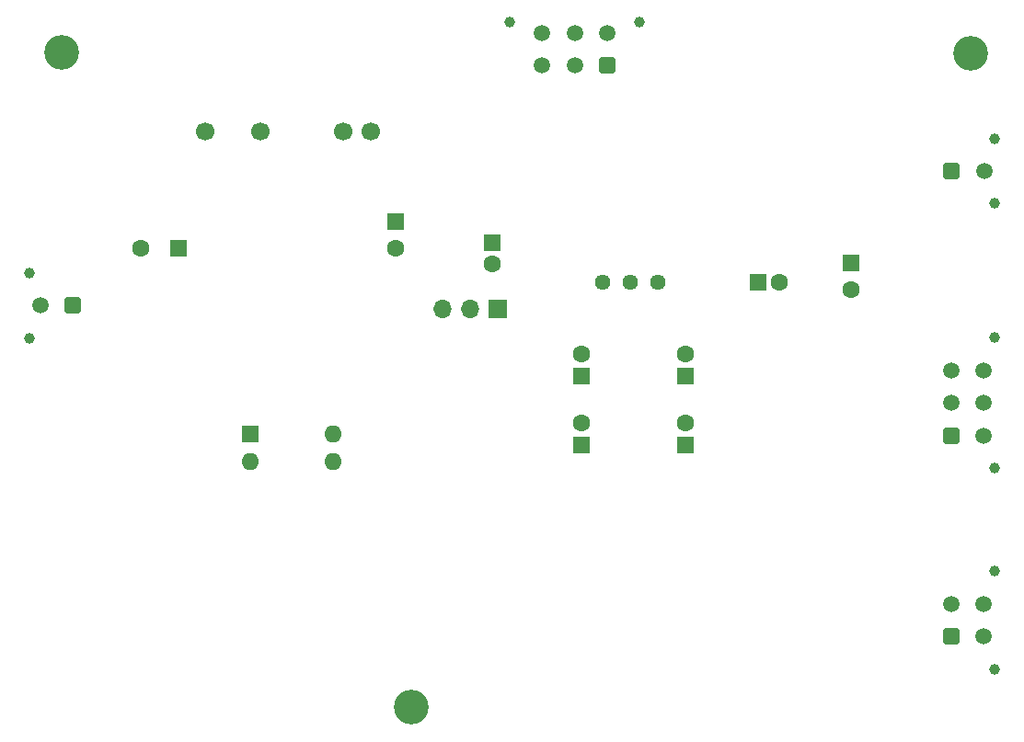
<source format=gbs>
%TF.GenerationSoftware,KiCad,Pcbnew,(6.0.5)*%
%TF.CreationDate,2022-06-14T16:57:57+01:00*%
%TF.ProjectId,hv_sense,68765f73-656e-4736-952e-6b696361645f,rev?*%
%TF.SameCoordinates,Original*%
%TF.FileFunction,Soldermask,Bot*%
%TF.FilePolarity,Negative*%
%FSLAX46Y46*%
G04 Gerber Fmt 4.6, Leading zero omitted, Abs format (unit mm)*
G04 Created by KiCad (PCBNEW (6.0.5)) date 2022-06-14 16:57:57*
%MOMM*%
%LPD*%
G01*
G04 APERTURE LIST*
G04 Aperture macros list*
%AMRoundRect*
0 Rectangle with rounded corners*
0 $1 Rounding radius*
0 $2 $3 $4 $5 $6 $7 $8 $9 X,Y pos of 4 corners*
0 Add a 4 corners polygon primitive as box body*
4,1,4,$2,$3,$4,$5,$6,$7,$8,$9,$2,$3,0*
0 Add four circle primitives for the rounded corners*
1,1,$1+$1,$2,$3*
1,1,$1+$1,$4,$5*
1,1,$1+$1,$6,$7*
1,1,$1+$1,$8,$9*
0 Add four rect primitives between the rounded corners*
20,1,$1+$1,$2,$3,$4,$5,0*
20,1,$1+$1,$4,$5,$6,$7,0*
20,1,$1+$1,$6,$7,$8,$9,0*
20,1,$1+$1,$8,$9,$2,$3,0*%
G04 Aperture macros list end*
%ADD10C,1.700000*%
%ADD11C,1.000000*%
%ADD12RoundRect,0.250001X0.499999X-0.499999X0.499999X0.499999X-0.499999X0.499999X-0.499999X-0.499999X0*%
%ADD13C,1.500000*%
%ADD14R,1.600000X1.600000*%
%ADD15C,1.600000*%
%ADD16O,1.600000X1.600000*%
%ADD17R,1.700000X1.700000*%
%ADD18O,1.700000X1.700000*%
%ADD19RoundRect,0.250001X0.499999X0.499999X-0.499999X0.499999X-0.499999X-0.499999X0.499999X-0.499999X0*%
%ADD20C,3.200000*%
%ADD21RoundRect,0.250001X-0.499999X0.499999X-0.499999X-0.499999X0.499999X-0.499999X0.499999X0.499999X0*%
%ADD22C,1.440000*%
G04 APERTURE END LIST*
D10*
%TO.C,PS1*%
X141220000Y-36300000D03*
X138680000Y-36300000D03*
X131060000Y-36300000D03*
X125980000Y-36300000D03*
%TD*%
D11*
%TO.C,J6*%
X198625000Y-36900000D03*
X198625000Y-42900000D03*
D12*
X194685000Y-39900000D03*
D13*
X197685000Y-39900000D03*
%TD*%
D14*
%TO.C,C4*%
X170180000Y-65090113D03*
D15*
X170180000Y-63090113D03*
%TD*%
D14*
%TO.C,C8*%
X152400000Y-46482000D03*
D15*
X152400000Y-48482000D03*
%TD*%
D14*
%TO.C,C6*%
X176844888Y-50165000D03*
D15*
X178844888Y-50165000D03*
%TD*%
D14*
%TO.C,C3*%
X160655000Y-65090113D03*
D15*
X160655000Y-63090113D03*
%TD*%
D14*
%TO.C,U10*%
X130185000Y-64130000D03*
D16*
X130185000Y-66670000D03*
X137805000Y-66670000D03*
X137805000Y-64130000D03*
%TD*%
D17*
%TO.C,SW1*%
X152908000Y-52578000D03*
D18*
X150368000Y-52578000D03*
X147828000Y-52578000D03*
%TD*%
D14*
%TO.C,C7*%
X123572651Y-46990000D03*
D15*
X120072651Y-46990000D03*
%TD*%
D11*
%TO.C,J2*%
X166000000Y-26225000D03*
X154000000Y-26225000D03*
D19*
X163000000Y-30165000D03*
D13*
X160000000Y-30165000D03*
X157000000Y-30165000D03*
X163000000Y-27165000D03*
X160000000Y-27165000D03*
X157000000Y-27165000D03*
%TD*%
D14*
%TO.C,C5*%
X160655000Y-58740113D03*
D15*
X160655000Y-56740113D03*
%TD*%
D20*
%TO.C,H1*%
X112750000Y-29000000D03*
%TD*%
%TO.C,H3*%
X145000000Y-89250000D03*
%TD*%
D11*
%TO.C,J3*%
X198605000Y-85750000D03*
X198605000Y-76750000D03*
D12*
X194665000Y-82750000D03*
D13*
X194665000Y-79750000D03*
X197665000Y-82750000D03*
X197665000Y-79750000D03*
%TD*%
D14*
%TO.C,C2*%
X170180000Y-58740113D03*
D15*
X170180000Y-56740113D03*
%TD*%
D14*
%TO.C,C17*%
X185420000Y-48347621D03*
D15*
X185420000Y-50847621D03*
%TD*%
D11*
%TO.C,J7*%
X198605000Y-67250000D03*
X198605000Y-55250000D03*
D12*
X194665000Y-64250000D03*
D13*
X194665000Y-61250000D03*
X194665000Y-58250000D03*
X197665000Y-64250000D03*
X197665000Y-61250000D03*
X197665000Y-58250000D03*
%TD*%
D14*
%TO.C,C16*%
X143510000Y-44537621D03*
D15*
X143510000Y-47037621D03*
%TD*%
D11*
%TO.C,J1*%
X109860000Y-49300000D03*
X109860000Y-55300000D03*
D21*
X113800000Y-52300000D03*
D13*
X110800000Y-52300000D03*
%TD*%
D20*
%TO.C,H2*%
X196400000Y-29100000D03*
%TD*%
D22*
%TO.C,RV1*%
X167640000Y-50165000D03*
X165100000Y-50165000D03*
X162560000Y-50165000D03*
%TD*%
M02*

</source>
